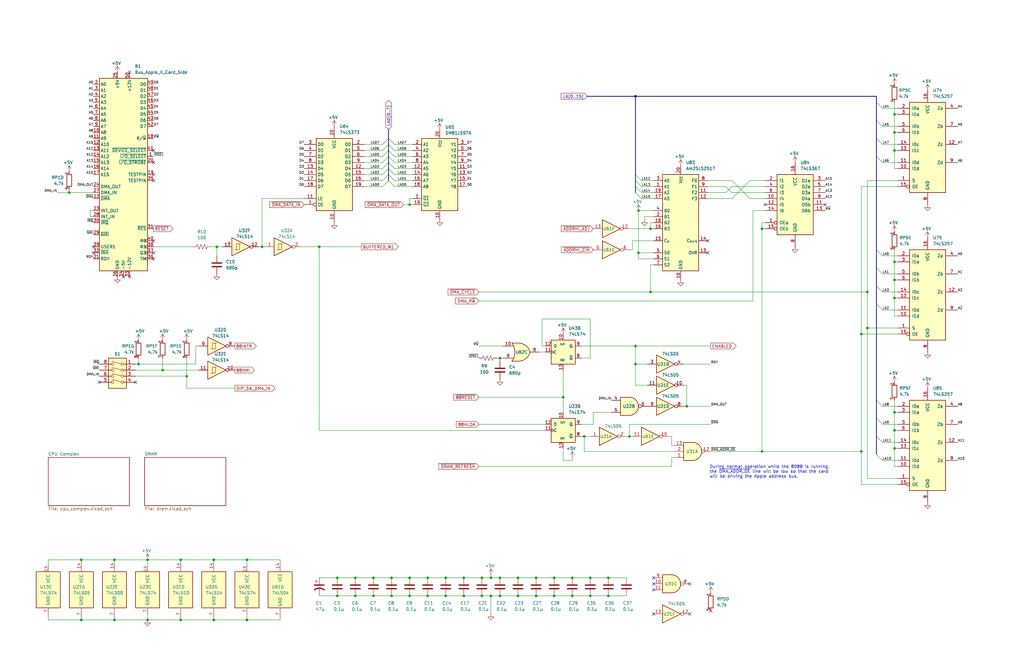
<source format=kicad_sch>
(kicad_sch (version 20231120) (generator "eeschema") (generator_version "8.0")
  (paper "USLedger")
  (title_block (title "PCPI 88Card") (date "2025-01-07") (rev "001-0004-03") (comment 2 "captured by Mark Aikens") (comment 3 "by PCPI") (comment 4 "8088 CPU card with 64K RAM for Apple II computers"))
  (junction (at 365.76 123.19))
  (junction (at 62.23 261.62))
  (junction (at 237.49 167.64))
  (junction (at 48.26 261.62))
  (junction (at 256.54 251.46))
  (junction (at 241.3 251.46))
  (junction (at 203.2 251.46))
  (junction (at 267.97 40.64))
  (junction (at 62.23 236.22))
  (junction (at 91.44 104.14))
  (junction (at 29.21 81.28))
  (junction (at 78.74 158.75))
  (junction (at 267.97 146.05))
  (junction (at 48.26 236.22))
  (junction (at 180.34 243.84))
  (junction (at 377.19 110.49))
  (junction (at 269.24 106.68))
  (junction (at 68.58 156.21))
  (junction (at 377.19 63.5))
  (junction (at 104.14 261.62))
  (junction (at 104.14 236.22))
  (junction (at 377.19 173.99))
  (junction (at 172.72 251.46))
  (junction (at 207.01 243.84))
  (junction (at 377.19 125.73))
  (junction (at 165.1 243.84))
  (junction (at 187.96 243.84))
  (junction (at 241.3 243.84))
  (junction (at 274.32 96.52))
  (junction (at 377.19 181.61))
  (junction (at 218.44 243.84))
  (junction (at 34.29 261.62))
  (junction (at 90.17 261.62))
  (junction (at 180.34 251.46))
  (junction (at 256.54 243.84))
  (junction (at 226.06 251.46))
  (junction (at 195.58 251.46))
  (junction (at 207.01 251.46))
  (junction (at 195.58 243.84))
  (junction (at 165.1 251.46))
  (junction (at 210.82 151.13))
  (junction (at 58.42 153.67))
  (junction (at 248.92 251.46))
  (junction (at 134.62 104.14))
  (junction (at 377.19 55.88))
  (junction (at 142.24 251.46))
  (junction (at 172.72 86.36))
  (junction (at 187.96 251.46))
  (junction (at 157.48 243.84))
  (junction (at 265.43 184.15))
  (junction (at 233.68 243.84))
  (junction (at 226.06 243.84))
  (junction (at 142.24 243.84))
  (junction (at 365.76 138.43))
  (junction (at 321.31 190.5))
  (junction (at 90.17 236.22))
  (junction (at 172.72 243.84))
  (junction (at 269.24 88.9))
  (junction (at 157.48 251.46))
  (junction (at 267.97 153.67))
  (junction (at 76.2 236.22))
  (junction (at 321.31 96.52))
  (junction (at 149.86 251.46))
  (junction (at 248.92 243.84))
  (junction (at 218.44 251.46))
  (junction (at 203.2 243.84))
  (junction (at 210.82 243.84))
  (junction (at 34.29 236.22))
  (junction (at 110.49 104.14))
  (junction (at 377.19 189.23))
  (junction (at 274.32 123.19))
  (junction (at 149.86 243.84))
  (junction (at 233.68 251.46))
  (junction (at 363.22 190.5))
  (junction (at 377.19 48.26))
  (junction (at 289.56 171.45))
  (junction (at 246.38 184.15))
  (junction (at 377.19 118.11))
  (junction (at 210.82 251.46))
  (junction (at 76.2 261.62))
  (junction (at 363.22 140.97))
  (no_connect (at 39.37 104.14))
  (no_connect (at 275.59 246.38))
  (no_connect (at 39.37 106.68))
  (no_connect (at 64.77 101.6))
  (no_connect (at 64.77 63.5))
  (no_connect (at 298.45 101.6))
  (no_connect (at 41.91 161.29))
  (no_connect (at 299.72 257.81))
  (no_connect (at 64.77 73.66))
  (no_connect (at 290.83 246.38))
  (no_connect (at 275.59 248.92))
  (no_connect (at 275.59 243.84))
  (no_connect (at 54.61 116.84))
  (no_connect (at 64.77 68.58))
  (no_connect (at 54.61 30.48))
  (no_connect (at 322.58 86.36))
  (no_connect (at 347.98 86.36))
  (no_connect (at 57.15 161.29))
  (no_connect (at 64.77 76.2))
  (no_connect (at 275.59 259.08))
  (no_connect (at 298.45 106.68))
  (no_connect (at 64.77 106.68))
  (no_connect (at 290.83 259.08))
  (no_connect (at 52.07 116.84))
  (no_connect (at 64.77 109.22))
  (bus_entry (at 166.37 66.04) (size -2.54 -2.54))
  (bus_entry (at 372.11 45.72) (size -2.54 -2.54))
  (bus_entry (at 161.29 71.12) (size 2.54 -2.54))
  (bus_entry (at 372.11 115.57) (size -2.54 -2.54))
  (bus_entry (at 270.51 78.74) (size -2.54 -2.54))
  (bus_entry (at 161.29 76.2) (size 2.54 -2.54))
  (bus_entry (at 372.11 68.58) (size -2.54 -2.54))
  (bus_entry (at 161.29 68.58) (size 2.54 -2.54))
  (bus_entry (at 270.51 83.82) (size -2.54 -2.54))
  (bus_entry (at 166.37 71.12) (size -2.54 -2.54))
  (bus_entry (at 270.51 76.2) (size -2.54 -2.54))
  (bus_entry (at 161.29 60.96) (size 2.54 -2.54))
  (bus_entry (at 372.11 171.45) (size -2.54 -2.54))
  (bus_entry (at 372.11 60.96) (size -2.54 -2.54))
  (bus_entry (at 161.29 73.66) (size 2.54 -2.54))
  (bus_entry (at 372.11 53.34) (size -2.54 -2.54))
  (bus_entry (at 166.37 73.66) (size -2.54 -2.54))
  (bus_entry (at 166.37 76.2) (size -2.54 -2.54))
  (bus_entry (at 372.11 179.07) (size -2.54 -2.54))
  (bus_entry (at 372.11 186.69) (size -2.54 -2.54))
  (bus_entry (at 161.29 63.5) (size 2.54 -2.54))
  (bus_entry (at 372.11 123.19) (size -2.54 -2.54))
  (bus_entry (at 166.37 60.96) (size -2.54 -2.54))
  (bus_entry (at 161.29 78.74) (size 2.54 -2.54))
  (bus_entry (at 161.29 66.04) (size 2.54 -2.54))
  (bus_entry (at 372.11 130.81) (size -2.54 -2.54))
  (bus_entry (at 166.37 78.74) (size -2.54 -2.54))
  (bus_entry (at 372.11 107.95) (size -2.54 -2.54))
  (bus_entry (at 372.11 194.31) (size -2.54 -2.54))
  (bus_entry (at 166.37 68.58) (size -2.54 -2.54))
  (bus_entry (at 166.37 63.5) (size -2.54 -2.54))
  (bus_entry (at 270.51 81.28) (size -2.54 -2.54))
  (wire (pts (xy 377.19 168.91) (xy 377.19 173.99)))
  (wire (pts (xy 210.82 243.84) (xy 218.44 243.84)))
  (wire (pts (xy 109.22 104.14) (xy 110.49 104.14)))
  (wire (pts (xy 228.6 134.62) (xy 228.6 146.05)))
  (bus (pts (xy 163.83 60.96) (xy 163.83 58.42)))
  (wire (pts (xy 372.11 115.57) (xy 378.46 115.57)))
  (bus (pts (xy 267.97 40.64) (xy 369.57 40.64)))
  (wire (pts (xy 149.86 243.84) (xy 157.48 243.84)))
  (wire (pts (xy 210.82 151.13) (xy 212.09 151.13)))
  (wire (pts (xy 316.23 76.2) (xy 322.58 76.2)))
  (wire (pts (xy 372.11 53.34) (xy 378.46 53.34)))
  (wire (pts (xy 187.96 251.46) (xy 195.58 251.46)))
  (wire (pts (xy 166.37 73.66) (xy 173.99 73.66)))
  (wire (pts (xy 99.06 163.83) (xy 78.74 163.83)))
  (wire (pts (xy 153.67 71.12) (xy 161.29 71.12)))
  (bus (pts (xy 163.83 63.5) (xy 163.83 60.96)))
  (wire (pts (xy 270.51 83.82) (xy 275.59 83.82)))
  (wire (pts (xy 308.61 83.82) (xy 316.23 76.2)))
  (wire (pts (xy 246.38 190.5) (xy 246.38 184.15)))
  (bus (pts (xy 369.57 176.53) (xy 369.57 184.15)))
  (wire (pts (xy 317.5 127) (xy 317.5 88.9)))
  (wire (pts (xy 134.62 181.61) (xy 229.87 181.61)))
  (wire (pts (xy 62.23 236.22) (xy 62.23 238.76)))
  (wire (pts (xy 308.61 81.28) (xy 322.58 81.28)))
  (wire (pts (xy 134.62 104.14) (xy 134.62 181.61)))
  (wire (pts (xy 91.44 104.14) (xy 91.44 107.95)))
  (wire (pts (xy 377.19 55.88) (xy 378.46 55.88)))
  (wire (pts (xy 29.21 80.01) (xy 29.21 81.28)))
  (wire (pts (xy 203.2 251.46) (xy 207.01 251.46)))
  (bus (pts (xy 369.57 58.42) (xy 369.57 66.04)))
  (wire (pts (xy 372.11 123.19) (xy 378.46 123.19)))
  (wire (pts (xy 29.21 81.28) (xy 39.37 81.28)))
  (wire (pts (xy 248.92 251.46) (xy 256.54 251.46)))
  (wire (pts (xy 195.58 243.84) (xy 203.2 243.84)))
  (wire (pts (xy 58.42 153.67) (xy 82.55 153.67)))
  (wire (pts (xy 218.44 251.46) (xy 226.06 251.46)))
  (wire (pts (xy 104.14 236.22) (xy 118.11 236.22)))
  (wire (pts (xy 377.19 181.61) (xy 378.46 181.61)))
  (bus (pts (xy 267.97 73.66) (xy 267.97 76.2)))
  (wire (pts (xy 269.24 106.68) (xy 275.59 106.68)))
  (wire (pts (xy 275.59 101.6) (xy 266.7 101.6)))
  (wire (pts (xy 58.42 153.67) (xy 57.15 153.67)))
  (wire (pts (xy 78.74 151.13) (xy 78.74 158.75)))
  (wire (pts (xy 250.19 173.99) (xy 257.81 173.99)))
  (wire (pts (xy 226.06 243.84) (xy 233.68 243.84)))
  (bus (pts (xy 369.57 128.27) (xy 369.57 168.91)))
  (wire (pts (xy 288.29 162.56) (xy 289.56 162.56)))
  (wire (pts (xy 153.67 76.2) (xy 161.29 76.2)))
  (bus (pts (xy 369.57 50.8) (xy 369.57 58.42)))
  (wire (pts (xy 274.32 96.52) (xy 274.32 93.98)))
  (wire (pts (xy 68.58 151.13) (xy 68.58 156.21)))
  (wire (pts (xy 308.61 76.2) (xy 316.23 83.82)))
  (wire (pts (xy 64.77 104.14) (xy 81.28 104.14)))
  (wire (pts (xy 180.34 251.46) (xy 187.96 251.46)))
  (wire (pts (xy 377.19 133.35) (xy 378.46 133.35)))
  (wire (pts (xy 246.38 184.15) (xy 248.92 184.15)))
  (wire (pts (xy 172.72 243.84) (xy 180.34 243.84)))
  (wire (pts (xy 209.55 151.13) (xy 210.82 151.13)))
  (wire (pts (xy 377.19 63.5) (xy 377.19 71.12)))
  (wire (pts (xy 241.3 194.31) (xy 237.49 194.31)))
  (wire (pts (xy 104.14 236.22) (xy 104.14 238.76)))
  (wire (pts (xy 210.82 151.13) (xy 210.82 152.4)))
  (wire (pts (xy 365.76 76.2) (xy 378.46 76.2)))
  (wire (pts (xy 20.32 259.08) (xy 20.32 261.62)))
  (wire (pts (xy 289.56 171.45) (xy 299.72 171.45)))
  (wire (pts (xy 245.11 179.07) (xy 250.19 179.07)))
  (wire (pts (xy 283.21 193.04) (xy 284.48 193.04)))
  (wire (pts (xy 269.24 106.68) (xy 269.24 109.22)))
  (wire (pts (xy 172.72 86.36) (xy 173.99 86.36)))
  (wire (pts (xy 316.23 83.82) (xy 322.58 83.82)))
  (wire (pts (xy 270.51 76.2) (xy 275.59 76.2)))
  (wire (pts (xy 90.17 261.62) (xy 104.14 261.62)))
  (wire (pts (xy 233.68 251.46) (xy 241.3 251.46)))
  (wire (pts (xy 207.01 251.46) (xy 207.01 259.08)))
  (wire (pts (xy 377.19 125.73) (xy 378.46 125.73)))
  (wire (pts (xy 153.67 78.74) (xy 161.29 78.74)))
  (wire (pts (xy 241.3 251.46) (xy 248.92 251.46)))
  (wire (pts (xy 298.45 83.82) (xy 308.61 83.82)))
  (wire (pts (xy 266.7 105.41) (xy 265.43 105.41)))
  (wire (pts (xy 363.22 140.97) (xy 378.46 140.97)))
  (wire (pts (xy 274.32 111.76) (xy 274.32 123.19)))
  (wire (pts (xy 317.5 88.9) (xy 322.58 88.9)))
  (wire (pts (xy 203.2 243.84) (xy 207.01 243.84)))
  (wire (pts (xy 267.97 153.67) (xy 273.05 153.67)))
  (wire (pts (xy 269.24 88.9) (xy 275.59 88.9)))
  (wire (pts (xy 274.32 123.19) (xy 365.76 123.19)))
  (wire (pts (xy 267.97 146.05) (xy 267.97 153.67)))
  (wire (pts (xy 166.37 71.12) (xy 173.99 71.12)))
  (wire (pts (xy 298.45 78.74) (xy 306.07 78.74)))
  (wire (pts (xy 153.67 60.96) (xy 161.29 60.96)))
  (wire (pts (xy 237.49 194.31) (xy 237.49 189.23)))
  (wire (pts (xy 134.62 104.14) (xy 127 104.14)))
  (wire (pts (xy 104.14 261.62) (xy 118.11 261.62)))
  (bus (pts (xy 369.57 43.18) (xy 369.57 50.8)))
  (wire (pts (xy 210.82 251.46) (xy 218.44 251.46)))
  (wire (pts (xy 274.32 93.98) (xy 275.59 93.98)))
  (wire (pts (xy 62.23 261.62) (xy 48.26 261.62)))
  (wire (pts (xy 289.56 162.56) (xy 289.56 171.45)))
  (wire (pts (xy 76.2 261.62) (xy 90.17 261.62)))
  (wire (pts (xy 76.2 236.22) (xy 90.17 236.22)))
  (wire (pts (xy 377.19 55.88) (xy 377.19 63.5)))
  (wire (pts (xy 248.92 243.84) (xy 256.54 243.84)))
  (wire (pts (xy 248.92 134.62) (xy 228.6 134.62)))
  (wire (pts (xy 270.51 78.74) (xy 275.59 78.74)))
  (wire (pts (xy 363.22 78.74) (xy 363.22 140.97)))
  (wire (pts (xy 289.56 171.45) (xy 288.29 171.45)))
  (wire (pts (xy 207.01 251.46) (xy 210.82 251.46)))
  (bus (pts (xy 267.97 76.2) (xy 267.97 78.74)))
  (wire (pts (xy 273.05 162.56) (xy 267.97 162.56)))
  (wire (pts (xy 233.68 243.84) (xy 241.3 243.84)))
  (wire (pts (xy 265.43 184.15) (xy 266.7 184.15)))
  (wire (pts (xy 78.74 163.83) (xy 78.74 158.75)))
  (wire (pts (xy 88.9 104.14) (xy 91.44 104.14)))
  (wire (pts (xy 372.11 45.72) (xy 378.46 45.72)))
  (wire (pts (xy 288.29 153.67) (xy 299.72 153.67)))
  (wire (pts (xy 241.3 193.04) (xy 241.3 194.31)))
  (wire (pts (xy 173.99 83.82) (xy 172.72 83.82)))
  (wire (pts (xy 157.48 243.84) (xy 165.1 243.84)))
  (wire (pts (xy 34.29 261.62) (xy 20.32 261.62)))
  (wire (pts (xy 264.16 184.15) (xy 265.43 184.15)))
  (wire (pts (xy 82.55 146.05) (xy 83.82 146.05)))
  (wire (pts (xy 90.17 236.22) (xy 104.14 236.22)))
  (wire (pts (xy 372.11 68.58) (xy 378.46 68.58)))
  (bus (pts (xy 267.97 78.74) (xy 267.97 81.28)))
  (wire (pts (xy 62.23 259.08) (xy 62.23 261.62)))
  (wire (pts (xy 322.58 96.52) (xy 321.31 96.52)))
  (wire (pts (xy 377.19 189.23) (xy 377.19 181.61)))
  (wire (pts (xy 365.76 123.19) (xy 365.76 138.43)))
  (wire (pts (xy 246.38 190.5) (xy 284.48 190.5)))
  (wire (pts (xy 68.58 156.21) (xy 57.15 156.21)))
  (wire (pts (xy 201.93 179.07) (xy 229.87 179.07)))
  (wire (pts (xy 372.11 130.81) (xy 378.46 130.81)))
  (wire (pts (xy 372.11 107.95) (xy 378.46 107.95)))
  (wire (pts (xy 78.74 158.75) (xy 57.15 158.75)))
  (wire (pts (xy 248.92 151.13) (xy 245.11 151.13)))
  (wire (pts (xy 377.19 110.49) (xy 378.46 110.49)))
  (wire (pts (xy 237.49 156.21) (xy 237.49 167.64)))
  (wire (pts (xy 283.21 196.85) (xy 283.21 193.04)))
  (wire (pts (xy 377.19 118.11) (xy 378.46 118.11)))
  (wire (pts (xy 306.07 81.28) (xy 308.61 78.74)))
  (bus (pts (xy 369.57 120.65) (xy 369.57 128.27)))
  (wire (pts (xy 166.37 60.96) (xy 173.99 60.96)))
  (bus (pts (xy 267.97 40.64) (xy 267.97 73.66)))
  (wire (pts (xy 62.23 236.22) (xy 48.26 236.22)))
  (wire (pts (xy 201.93 123.19) (xy 274.32 123.19)))
  (wire (pts (xy 377.19 181.61) (xy 377.19 173.99)))
  (wire (pts (xy 134.62 251.46) (xy 142.24 251.46)))
  (wire (pts (xy 58.42 151.13) (xy 58.42 153.67)))
  (wire (pts (xy 269.24 109.22) (xy 275.59 109.22)))
  (wire (pts (xy 363.22 78.74) (xy 378.46 78.74)))
  (wire (pts (xy 20.32 236.22) (xy 20.32 238.76)))
  (wire (pts (xy 38.1 88.9) (xy 38.1 91.44)))
  (wire (pts (xy 283.21 184.15) (xy 281.94 184.15)))
  (wire (pts (xy 308.61 78.74) (xy 322.58 78.74)))
  (bus (pts (xy 369.57 66.04) (xy 369.57 105.41)))
  (wire (pts (xy 377.19 189.23) (xy 378.46 189.23)))
  (wire (pts (xy 153.67 73.66) (xy 161.29 73.66)))
  (wire (pts (xy 269.24 88.9) (xy 269.24 106.68)))
  (wire (pts (xy 372.11 186.69) (xy 378.46 186.69)))
  (wire (pts (xy 378.46 196.85) (xy 377.19 196.85)))
  (wire (pts (xy 165.1 251.46) (xy 172.72 251.46)))
  (wire (pts (xy 226.06 251.46) (xy 233.68 251.46)))
  (wire (pts (xy 271.78 91.44) (xy 271.78 92.71)))
  (bus (pts (xy 163.83 76.2) (xy 163.83 73.66)))
  (wire (pts (xy 170.18 86.36) (xy 172.72 86.36)))
  (wire (pts (xy 241.3 243.84) (xy 248.92 243.84)))
  (wire (pts (xy 34.29 236.22) (xy 20.32 236.22)))
  (wire (pts (xy 39.37 88.9) (xy 38.1 88.9)))
  (wire (pts (xy 237.49 167.64) (xy 237.49 173.99)))
  (wire (pts (xy 166.37 63.5) (xy 173.99 63.5)))
  (bus (pts (xy 369.57 40.64) (xy 369.57 43.18)))
  (wire (pts (xy 68.58 156.21) (xy 83.82 156.21)))
  (wire (pts (xy 227.33 148.59) (xy 229.87 148.59)))
  (wire (pts (xy 207.01 243.84) (xy 210.82 243.84)))
  (wire (pts (xy 377.19 196.85) (xy 377.19 189.23)))
  (bus (pts (xy 369.57 184.15) (xy 369.57 191.77)))
  (wire (pts (xy 48.26 261.62) (xy 34.29 261.62)))
  (wire (pts (xy 24.13 81.28) (xy 29.21 81.28)))
  (bus (pts (xy 369.57 113.03) (xy 369.57 120.65)))
  (wire (pts (xy 365.76 123.19) (xy 365.76 76.2)))
  (wire (pts (xy 149.86 251.46) (xy 157.48 251.46)))
  (wire (pts (xy 363.22 190.5) (xy 363.22 204.47)))
  (wire (pts (xy 265.43 179.07) (xy 265.43 184.15)))
  (wire (pts (xy 172.72 251.46) (xy 180.34 251.46)))
  (wire (pts (xy 207.01 242.57) (xy 207.01 243.84)))
  (wire (pts (xy 228.6 146.05) (xy 229.87 146.05)))
  (wire (pts (xy 172.72 83.82) (xy 172.72 86.36)))
  (bus (pts (xy 247.65 40.64) (xy 267.97 40.64)))
  (wire (pts (xy 372.11 194.31) (xy 378.46 194.31)))
  (wire (pts (xy 166.37 76.2) (xy 173.99 76.2)))
  (wire (pts (xy 321.31 93.98) (xy 322.58 93.98)))
  (wire (pts (xy 91.44 104.14) (xy 93.98 104.14)))
  (wire (pts (xy 142.24 251.46) (xy 149.86 251.46)))
  (wire (pts (xy 38.1 91.44) (xy 39.37 91.44)))
  (wire (pts (xy 270.51 81.28) (xy 275.59 81.28)))
  (wire (pts (xy 248.92 151.13) (xy 248.92 134.62)))
  (wire (pts (xy 321.31 190.5) (xy 363.22 190.5)))
  (wire (pts (xy 377.19 110.49) (xy 377.19 118.11)))
  (wire (pts (xy 377.19 118.11) (xy 377.19 125.73)))
  (wire (pts (xy 306.07 78.74) (xy 308.61 81.28)))
  (wire (pts (xy 377.19 125.73) (xy 377.19 133.35)))
  (wire (pts (xy 377.19 173.99) (xy 378.46 173.99)))
  (wire (pts (xy 201.93 196.85) (xy 283.21 196.85)))
  (wire (pts (xy 275.59 111.76) (xy 274.32 111.76)))
  (wire (pts (xy 166.37 78.74) (xy 173.99 78.74)))
  (wire (pts (xy 275.59 91.44) (xy 271.78 91.44)))
  (wire (pts (xy 62.23 261.62) (xy 76.2 261.62)))
  (wire (pts (xy 110.49 83.82) (xy 128.27 83.82)))
  (bus (pts (xy 163.83 73.66) (xy 163.83 71.12)))
  (wire (pts (xy 256.54 243.84) (xy 264.16 243.84)))
  (wire (pts (xy 153.67 66.04) (xy 161.29 66.04)))
  (wire (pts (xy 245.11 146.05) (xy 267.97 146.05)))
  (wire (pts (xy 180.34 243.84) (xy 187.96 243.84)))
  (wire (pts (xy 372.11 171.45) (xy 378.46 171.45)))
  (bus (pts (xy 163.83 58.42) (xy 163.83 54.61)))
  (wire (pts (xy 82.55 146.05) (xy 82.55 153.67)))
  (bus (pts (xy 369.57 105.41) (xy 369.57 113.03)))
  (wire (pts (xy 187.96 243.84) (xy 195.58 243.84)))
  (wire (pts (xy 363.22 204.47) (xy 378.46 204.47)))
  (wire (pts (xy 153.67 68.58) (xy 161.29 68.58)))
  (wire (pts (xy 250.19 179.07) (xy 250.19 173.99)))
  (wire (pts (xy 157.48 251.46) (xy 165.1 251.46)))
  (bus (pts (xy 163.83 68.58) (xy 163.83 66.04)))
  (wire (pts (xy 265.43 96.52) (xy 274.32 96.52)))
  (wire (pts (xy 372.11 179.07) (xy 378.46 179.07)))
  (wire (pts (xy 195.58 251.46) (xy 203.2 251.46)))
  (wire (pts (xy 378.46 48.26) (xy 377.19 48.26)))
  (wire (pts (xy 201.93 146.05) (xy 212.09 146.05)))
  (wire (pts (xy 218.44 243.84) (xy 226.06 243.84)))
  (bus (pts (xy 163.83 71.12) (xy 163.83 68.58)))
  (wire (pts (xy 283.21 187.96) (xy 283.21 184.15)))
  (wire (pts (xy 321.31 96.52) (xy 321.31 93.98)))
  (wire (pts (xy 284.48 187.96) (xy 283.21 187.96)))
  (wire (pts (xy 372.11 60.96) (xy 378.46 60.96)))
  (wire (pts (xy 275.59 96.52) (xy 274.32 96.52)))
  (wire (pts (xy 104.14 259.08) (xy 104.14 261.62)))
  (wire (pts (xy 365.76 138.43) (xy 365.76 201.93)))
  (wire (pts (xy 166.37 66.04) (xy 173.99 66.04)))
  (wire (pts (xy 153.67 63.5) (xy 161.29 63.5)))
  (wire (pts (xy 363.22 140.97) (xy 363.22 190.5)))
  (wire (pts (xy 166.37 68.58) (xy 173.99 68.58)))
  (wire (pts (xy 377.19 43.18) (xy 377.19 48.26)))
  (wire (pts (xy 245.11 184.15) (xy 246.38 184.15)))
  (wire (pts (xy 298.45 76.2) (xy 308.61 76.2)))
  (bus (pts (xy 369.57 168.91) (xy 369.57 176.53)))
  (wire (pts (xy 321.31 96.52) (xy 321.31 190.5)))
  (wire (pts (xy 110.49 104.14) (xy 111.76 104.14)))
  (wire (pts (xy 267.97 146.05) (xy 299.72 146.05)))
  (wire (pts (xy 298.45 81.28) (xy 306.07 81.28)))
  (wire (pts (xy 377.19 71.12) (xy 378.46 71.12)))
  (wire (pts (xy 265.43 179.07) (xy 299.72 179.07)))
  (wire (pts (xy 377.19 48.26) (xy 377.19 55.88)))
  (wire (pts (xy 266.7 101.6) (xy 266.7 105.41)))
  (wire (pts (xy 152.4 104.14) (xy 134.62 104.14)))
  (wire (pts (xy 377.19 105.41) (xy 377.19 110.49)))
  (wire (pts (xy 365.76 201.93) (xy 378.46 201.93)))
  (wire (pts (xy 165.1 243.84) (xy 172.72 243.84)))
  (wire (pts (xy 267.97 162.56) (xy 267.97 153.67)))
  (wire (pts (xy 256.54 251.46) (xy 264.16 251.46)))
  (wire (pts (xy 134.62 243.84) (xy 142.24 243.84)))
  (wire (pts (xy 377.19 63.5) (xy 378.46 63.5)))
  (wire (pts (xy 299.72 190.5) (xy 321.31 190.5)))
  (wire (pts (xy 48.26 236.22) (xy 34.29 236.22)))
  (bus (pts (xy 163.83 66.04) (xy 163.83 63.5)))
  (wire (pts (xy 201.93 127) (xy 317.5 127)))
  (wire (pts (xy 201.93 167.64) (xy 237.49 167.64)))
  (wire (pts (xy 365.76 138.43) (xy 378.46 138.43)))
  (wire (pts (xy 142.24 243.84) (xy 149.86 243.84)))
  (wire (pts (xy 62.23 236.22) (xy 76.2 236.22)))
  (wire (pts (xy 110.49 104.14) (xy 110.49 83.82)))
  (text "During normal operation while the 8088 is running,\nthe ~{DMA_ADDR_OE} line will be low so that the card\nwill be driving the Apple address bus." (at 299.212 196.342 0) (effects (font (size 1.27 1.27)) (justify left top)))
  (label "~{IRQ}" (at 41.91 153.67 180) (effects (font (size 1 1))))
  (label "D2" (at 128.27 73.66 180) (effects (font (size 1 1))))
  (label "LA8" (at 372.11 171.45 0) (effects (font (size 1 1))))
  (label "LA0" (at 372.11 107.95 0) (effects (font (size 1 1))))
  (label "A7" (at 39.37 53.34 180) (effects (font (size 1 1))))
  (label "A13" (at 39.37 68.58 180) (effects (font (size 1 1))))
  (label "R~{W}" (at 64.77 58.42 0) (effects (font (size 1 1))))
  (label "D3" (at 128.27 71.12 180) (effects (font (size 1 1))))
  (label "LA10" (at 372.11 194.31 0) (effects (font (size 1 1))))
  (label "DMA_IN" (at 24.13 81.28 180) (effects (font (size 1 1))))
  (label "LAD1" (at 160.02 76.2 180) (effects (font (size 1 1))))
  (label "~{DMA_ADDR_OE}" (at 299.72 190.5 0) (effects (font (size 1 1))))
  (label "D6" (at 196.85 63.5 0) (effects (font (size 1 1))))
  (label "LA15" (at 270.51 83.82 0) (effects (font (size 1 1))))
  (label "DMA_OUT" (at 39.37 78.74 180) (effects (font (size 1 1))))
  (label "~{NMI}" (at 39.37 99.06 180) (effects (font (size 1 1))))
  (label "LAD0" (at 160.02 78.74 180) (effects (font (size 1 1))))
  (label "D6" (at 128.27 63.5 180) (effects (font (size 1 1))))
  (label "A5" (at 39.37 48.26 180) (effects (font (size 1 1))))
  (label "A8" (at 39.37 55.88 180) (effects (font (size 1 1))))
  (label "A15" (at 39.37 73.66 180) (effects (font (size 1 1))))
  (label "D6" (at 64.77 50.8 0) (effects (font (size 1 1))))
  (label "D1" (at 196.85 76.2 0) (effects (font (size 1 1))))
  (label "D1" (at 128.27 76.2 180) (effects (font (size 1 1))))
  (label "LAD3" (at 167.64 71.12 0) (effects (font (size 1 1))))
  (label "~{IOSEL}" (at 64.77 66.04 0) (effects (font (size 1 1))))
  (label "A11" (at 39.37 63.5 180) (effects (font (size 1 1))))
  (label "LA5" (at 372.11 53.34 0) (effects (font (size 1 1))))
  (label "D0" (at 128.27 78.74 180) (effects (font (size 1 1))))
  (label "A11" (at 403.86 186.69 0) (effects (font (size 1 1))))
  (label "LAD5" (at 160.02 66.04 180) (effects (font (size 1 1))))
  (label "D0" (at 196.85 78.74 0) (effects (font (size 1 1))))
  (label "D4" (at 128.27 68.58 180) (effects (font (size 1 1))))
  (label "LAD0" (at 167.64 78.74 0) (effects (font (size 1 1))))
  (label "LAD5" (at 167.64 66.04 0) (effects (font (size 1 1))))
  (label "LAD6" (at 160.02 63.5 180) (effects (font (size 1 1))))
  (label "LAD2" (at 160.02 73.66 180) (effects (font (size 1 1))))
  (label "R~{W}" (at 347.98 88.9 0) (effects (font (size 1 1))))
  (label "R~{W}" (at 201.93 146.05 180) (effects (font (size 1 1))))
  (label "A14" (at 347.98 78.74 0) (effects (font (size 1 1))))
  (label "LA4" (at 372.11 45.72 0) (effects (font (size 1 1))))
  (label "DMA_IN" (at 257.81 168.91 180) (effects (font (size 1 1))))
  (label "D4" (at 64.77 45.72 0) (effects (font (size 1 1))))
  (label "LAD2" (at 167.64 73.66 0) (effects (font (size 1 1))))
  (label "LA14" (at 270.51 81.28 0) (effects (font (size 1 1))))
  (label "D2" (at 64.77 40.64 0) (effects (font (size 1 1))))
  (label "A0" (at 403.86 107.95 0) (effects (font (size 1 1))))
  (label "~{IRQ}" (at 39.37 93.98 180) (effects (font (size 1 1))))
  (label "A6" (at 403.86 68.58 0) (effects (font (size 1 1))))
  (label "LAD4" (at 160.02 68.58 180) (effects (font (size 1 1))))
  (label "A9" (at 403.86 179.07 0) (effects (font (size 1 1))))
  (label "LAD7" (at 167.64 60.96 0) (effects (font (size 1 1))))
  (label "A3" (at 403.86 123.19 0) (effects (font (size 1 1))))
  (label "A7" (at 403.86 60.96 0) (effects (font (size 1 1))))
  (label "D7" (at 64.77 53.34 0) (effects (font (size 1 1))))
  (label "A3" (at 39.37 43.18 180) (effects (font (size 1 1))))
  (label "D5" (at 64.77 48.26 0) (effects (font (size 1 1))))
  (label "LA11" (at 372.11 186.69 0) (effects (font (size 1 1))))
  (label "A15" (at 347.98 76.2 0) (effects (font (size 1 1))))
  (label "A10" (at 39.37 60.96 180) (effects (font (size 1 1))))
  (label "LAD4" (at 167.64 68.58 0) (effects (font (size 1 1))))
  (label "A13" (at 347.98 81.28 0) (effects (font (size 1 1))))
  (label "A8" (at 403.86 171.45 0) (effects (font (size 1 1))))
  (label "LA12" (at 270.51 76.2 0) (effects (font (size 1 1))))
  (label "A0" (at 39.37 35.56 180) (effects (font (size 1 1))))
  (label "A4" (at 403.86 45.72 0) (effects (font (size 1 1))))
  (label "DMA_OUT" (at 299.72 171.45 0) (effects (font (size 1 1))))
  (label "A2" (at 39.37 40.64 180) (effects (font (size 1 1))))
  (label "RDY" (at 39.37 109.22 180) (effects (font (size 1 1))))
  (label "D7" (at 196.85 60.96 0) (effects (font (size 1 1))))
  (label "A9" (at 39.37 58.42 180) (effects (font (size 1 1))))
  (label "LAD3" (at 160.02 71.12 180) (effects (font (size 1 1))))
  (label "LA1" (at 372.11 115.57 0) (effects (font (size 1 1))))
  (label "LA3" (at 372.11 123.19 0) (effects (font (size 1 1))))
  (label "LA2" (at 372.11 130.81 0) (effects (font (size 1 1))))
  (label "LAD1" (at 167.64 76.2 0) (effects (font (size 1 1))))
  (label "LA6" (at 372.11 68.58 0) (effects (font (size 1 1))))
  (label "A10" (at 403.86 194.31 0) (effects (font (size 1 1))))
  (label "A1" (at 403.86 115.57 0) (effects (font (size 1 1))))
  (label "~{DMA}" (at 39.37 83.82 180) (effects (font (size 1 1))))
  (label "D4" (at 196.85 68.58 0) (effects (font (size 1 1))))
  (label "~{IOSEL}" (at 201.93 151.13 180) (effects (font (size 1 1))))
  (label "A6" (at 39.37 50.8 180) (effects (font (size 1 1))))
  (label "D7" (at 128.27 60.96 180) (effects (font (size 1 1))))
  (label "LAD7" (at 160.02 60.96 180) (effects (font (size 1 1))))
  (label "A2" (at 403.86 130.81 0) (effects (font (size 1 1))))
  (label "~{DMA}" (at 299.72 179.07 0) (effects (font (size 1 1))))
  (label "D5" (at 196.85 66.04 0) (effects (font (size 1 1))))
  (label "LA9" (at 372.11 179.07 0) (effects (font (size 1 1))))
  (label "LA13" (at 270.51 78.74 0) (effects (font (size 1 1))))
  (label "LA7" (at 372.11 60.96 0) (effects (font (size 1 1))))
  (label "A14" (at 39.37 71.12 180) (effects (font (size 1 1))))
  (label "D1" (at 64.77 38.1 0) (effects (font (size 1 1))))
  (label "D0" (at 64.77 35.56 0) (effects (font (size 1 1))))
  (label "A5" (at 403.86 53.34 0) (effects (font (size 1 1))))
  (label "A4" (at 39.37 45.72 180) (effects (font (size 1 1))))
  (label "D2" (at 196.85 73.66 0) (effects (font (size 1 1))))
  (label "LAD6" (at 167.64 63.5 0) (effects (font (size 1 1))))
  (label "D3" (at 64.77 43.18 0) (effects (font (size 1 1))))
  (label "RDY" (at 299.72 153.67 0) (effects (font (size 1 1))))
  (label "DMA_IN" (at 41.91 158.75 180) (effects (font (size 1 1))))
  (label "~{NMI}" (at 41.91 156.21 180) (effects (font (size 1 1))))
  (label "A12" (at 39.37 66.04 180) (effects (font (size 1 1))))
  (label "A1" (at 39.37 38.1 180) (effects (font (size 1 1))))
  (label "A12" (at 347.98 83.82 0) (effects (font (size 1 1))))
  (label "D3" (at 196.85 71.12 0) (effects (font (size 1 1))))
  (label "D5" (at 128.27 66.04 180) (effects (font (size 1 1))))
  (global_label "~{RESET}" (shape output) (at 64.77 96.52 0) (property "Intersheetrefs" "${INTERSHEET_REFS}" (effects (hide yes))))
  (global_label "DIP_SW_DMA_IN" (shape output) (at 99.06 163.83 0) (property "Intersheetrefs" "${INTERSHEET_REFS}" (effects (hide yes))))
  (global_label "BUFFERED_Φ1" (shape output) (at 152.4 104.14 0) (property "Intersheetrefs" "${INTERSHEET_REFS}" (effects (hide yes))))
  (global_label "~{DMA_DATA_IN}" (shape input) (at 128.27 86.36 180) (property "Intersheetrefs" "${INTERSHEET_REFS}" (effects (hide yes))))
  (global_label "~{88RESET}" (shape input) (at 201.93 167.64 180) (property "Intersheetrefs" "${INTERSHEET_REFS}" (effects (hide yes))))
  (global_label "LA[0..15]" (shape input) (at 247.65 40.64 180) (property "Intersheetrefs" "${INTERSHEET_REFS}" (effects (hide yes))))
  (global_label "ENABLED" (shape output) (at 299.72 146.05 0) (property "Intersheetrefs" "${INTERSHEET_REFS}" (effects (hide yes))))
  (global_label "~{DMA_CYCLE}" (shape input) (at 201.93 123.19 180) (property "Intersheetrefs" "${INTERSHEET_REFS}" (effects (hide yes))))
  (global_label "~{ADDRHI_ADJ}" (shape input) (at 250.19 96.52 180) (property "Intersheetrefs" "${INTERSHEET_REFS}" (effects (hide yes))))
  (global_label "LAD[0..7]" (shape bidirectional) (at 163.83 54.61 90) (property "Intersheetrefs" "${INTERSHEET_REFS}" (effects (hide yes))))
  (global_label "DMA_R~{W}" (shape input) (at 201.93 127 180) (property "Intersheetrefs" "${INTERSHEET_REFS}" (effects (hide yes))))
  (global_label "~{DRAM_REFRESH}" (shape input) (at 201.93 196.85 180) (property "Intersheetrefs" "${INTERSHEET_REFS}" (effects (hide yes))))
  (global_label "88INTR" (shape output) (at 99.06 146.05 0) (property "Intersheetrefs" "${INTERSHEET_REFS}" (effects (hide yes))))
  (global_label "~{ADDRHI_CIN}" (shape input) (at 250.19 105.41 180) (property "Intersheetrefs" "${INTERSHEET_REFS}" (effects (hide yes))))
  (global_label "88HLDA" (shape input) (at 201.93 179.07 180) (property "Intersheetrefs" "${INTERSHEET_REFS}" (effects (hide yes))))
  (global_label "88NMI" (shape output) (at 99.06 156.21 0) (property "Intersheetrefs" "${INTERSHEET_REFS}" (effects (hide yes))))
  (global_label "~{DMA_DATA_OUT}" (shape input) (at 170.18 86.36 180) (property "Intersheetrefs" "${INTERSHEET_REFS}" (effects (hide yes))))
  (symbol (lib_id "power:GND") (at 335.28 104.14 0) (unit 1)
    (property "Reference" "#PWR083" (effects (hide yes)))
    (property "Value" "GND" (effects (hide yes)))
    (property "Description" "Power symbol creates a global label with name \"GND\" , ground" (effects (hide yes)))
  )
  (symbol (lib_id "Device:C") (at 187.96 247.65 0) (unit 1)
    (property "Reference" "C14" (at 186.436 254.508 0) (effects (justify left)))
    (property "Value" "0.1µ" (at 186.436 257.048 0) (effects (justify left)))
    (property "Description" "Unpolarized capacitor" (effects (hide yes)))
  )
  (symbol (lib_id "PCM_MA_Connector_AppleII:Bus_Apple_II_Card_Side") (at 52.07 73.66 0) (unit 1) (in_bom no)
    (property "Reference" "B1" (at 56.8041 27.94 0) (effects (justify left)))
    (property "Value" "Bus_Apple_II_Card_Side" (at 56.8041 30.48 0) (effects (justify left)))
    (property "Footprint" "PCM_MA_Connector_AppleII:Peripheral_Bus_Edge" (effects (hide yes)))
    (property "Datasheet" "https://archive.org/details/Apple_II_Mini_Manual/page/n37/mode/2up" (effects (hide yes)))
    (property "Description" "Apple II bus connector. Use this symbol on the card side, i.e. for making Apple II-compatible peripheral cards." (effects (hide yes)))
  )
  (symbol (lib_id "74xx:74LS257") (at 391.16 123.19 0) (unit 1)
    (property "Reference" "U75" (at 393.3541 100.33 0) (effects (justify left)))
    (property "Value" "74LS257" (at 393.3541 102.87 0) (effects (justify left)))
    (property "Datasheet" "http://www.ti.com/lit/gpn/sn74LS257" (effects (hide yes)))
    (property "Description" "Quad 2 to 1 Multiplexer" (effects (hide yes)))
  )
  (symbol (lib_id "power:+5V") (at 185.42 54.61 0) (unit 1)
    (property "Reference" "#PWR013" (effects (hide yes)))
    (property "Value" "+5V" (at 184.912 50.8 0))
    (property "Description" "Power symbol creates a global label with name \"+5V\"" (effects (hide yes)))
  )
  (symbol (lib_id "Device:C") (at 256.54 247.65 0) (unit 1)
    (property "Reference" "C36" (at 255.016 254.508 0) (effects (justify left)))
    (property "Value" "0.1µ" (at 255.016 257.048 0) (effects (justify left)))
    (property "Description" "Unpolarized capacitor" (effects (hide yes)))
  )
  (symbol (lib_id "Logic_Legacy:Am25LS2517") (at 285.75 93.98 0) (unit 1)
    (property "Reference" "U83" (at 289.2141 68.58 0) (effects (justify left)))
    (property "Value" "Am25LS2517" (at 289.2141 71.12 0) (effects (justify left)))
    (property "Footprint" "Package_DIP:DIP-20_W7.62mm" (effects (hide yes)))
    (property "Description" "4-bit Arithmetic Logic Unit" (effects (hide yes)))
  )
  (symbol (lib_id "power:GND") (at 391.16 212.09 0) (unit 1)
    (property "Reference" "#PWR029" (effects (hide yes)))
    (property "Value" "GND" (effects (hide yes)))
    (property "Description" "Power symbol creates a global label with name \"GND\" , ground" (effects (hide yes)))
  )
  (symbol (lib_id "74xx:74LS04") (at 274.32 184.15 0) (unit 5)
    (property "Reference" "U61" (at 273.304 184.15 0))
    (property "Value" "74LS04" (effects (hide yes)))
    (property "Datasheet" "http://www.ti.com/lit/gpn/sn74LS04" (effects (hide yes)))
    (property "Description" "Hex Inverter" (effects (hide yes)))
  )
  (symbol (lib_id "Device:R_Network07_Split") (at 377.19 165.1 0) (mirror y) (unit 6)
    (property "Reference" "RP5" (at 379.222 163.83 0) (effects (justify right)))
    (property "Value" "4.7k" (at 379.222 166.37 0) (effects (justify right)))
    (property "Footprint" "Resistor_THT:R_Array_SIP8" (effects (hide yes)))
    (property "Datasheet" "http://www.vishay.com/docs/31509/csc.pdf" (effects (hide yes)))
    (property "Description" "7 resistor network, star topology, bussed resistors, split" (effects (hide yes)))
  )
  (symbol (lib_id "Device:C") (at 180.34 247.65 0) (unit 1)
    (property "Reference" "C11" (at 178.816 254.508 0) (effects (justify left)))
    (property "Value" "0.1µ" (at 178.816 257.048 0) (effects (justify left)))
    (property "Description" "Unpolarized capacitor" (effects (hide yes)))
  )
  (symbol (lib_id "74xx:74LS257") (at 391.16 186.69 0) (unit 1)
    (property "Reference" "U85" (at 393.3541 163.83 0) (effects (justify left)))
    (property "Value" "74LS257" (at 393.3541 166.37 0) (effects (justify left)))
    (property "Datasheet" "http://www.ti.com/lit/gpn/sn74LS257" (effects (hide yes)))
    (property "Description" "Quad 2 to 1 Multiplexer" (effects (hide yes)))
  )
  (symbol (lib_id "power:+5V") (at 391.16 100.33 0) (unit 1)
    (property "Reference" "#PWR016" (effects (hide yes)))
    (property "Value" "+5V" (at 390.652 96.52 0))
    (property "Description" "Power symbol creates a global label with name \"+5V\"" (effects (hide yes)))
  )
  (symbol (lib_id "Device:C") (at 264.16 247.65 0) (unit 1)
    (property "Reference" "C37" (at 262.636 254.508 0) (effects (justify left)))
    (property "Value" "0.1µ" (at 262.636 257.048 0) (effects (justify left)))
    (property "Description" "Unpolarized capacitor" (effects (hide yes)))
  )
  (symbol (lib_id "Logic_Legacy:DM81LS97A") (at 185.42 73.66 0) (unit 1)
    (property "Reference" "U65" (at 187.706 53.594 0) (effects (justify left)))
    (property "Value" "DM81LS97A" (at 187.706 56.134 0) (effects (justify left)))
    (property "Footprint" "Package_DIP:DIP-20_W7.62mm" (effects (hide yes)))
    (property "Description" "Octal tri-state buffer" (effects (hide yes)))
  )
  (symbol (lib_id "74xx:74LS05") (at 280.67 162.56 0) (unit 5)
    (property "Reference" "U21" (at 279.654 162.56 0))
    (property "Value" "74LS05" (at 282.702 158.242 0))
    (property "Datasheet" "http://www.ti.com/lit/gpn/sn74LS05" (effects (hide yes)))
    (property "Description" "Inverter Open Collect" (effects (hide yes)))
  )
  (symbol (lib_id "Device:R_Network07_Split") (at 299.72 254 0) (unit 4)
    (property "Reference" "RP5" (at 302.26 252.7299 0) (effects (justify left)))
    (property "Value" "4.7k" (at 302.26 255.2699 0) (effects (justify left)))
    (property "Footprint" "Resistor_THT:R_Array_SIP8" (effects (hide yes)))
    (property "Datasheet" "http://www.vishay.com/docs/31509/csc.pdf" (effects (hide yes)))
    (property "Description" "7 resistor network, star topology, bussed resistors, split" (effects (hide yes)))
  )
  (symbol (lib_id "Device:C") (at 142.24 247.65 0) (unit 1)
    (property "Reference" "C3" (at 140.716 254.508 0) (effects (justify left)))
    (property "Value" "0.1µ" (at 140.716 257.048 0) (effects (justify left)))
    (property "Description" "Unpolarized capacitor" (effects (hide yes)))
  )
  (symbol (lib_id "power:GND") (at 271.78 92.71 0) (unit 1)
    (property "Reference" "#PWR063" (effects (hide yes)))
    (property "Value" "GND" (effects (hide yes)))
    (property "Description" "Power symbol creates a global label with name \"GND\" , ground" (effects (hide yes)))
  )
  (symbol (lib_id "74xx:74LS14") (at 91.44 146.05 0) (unit 4)
    (property "Reference" "U32" (at 92.964 139.192 0))
    (property "Value" "74LS14" (at 92.964 141.732 0))
    (property "Datasheet" "http://www.ti.com/lit/gpn/sn74LS14" (effects (hide yes)))
    (property "Description" "Hex inverter schmitt trigger" (effects (hide yes)))
  )
  (symbol (lib_id "74xx:74LS14") (at 90.17 248.92 0) (unit 7)
    (property "Reference" "U32" (at 86.614 247.65 0) (effects (justify left)))
    (property "Value" "74LS14" (at 86.614 250.19 0) (effects (justify left)))
    (property "Datasheet" "http://www.ti.com/lit/gpn/sn74LS14" (effects (hide yes)))
    (property "Description" "Hex inverter schmitt trigger" (effects (hide yes)))
  )
  (symbol (lib_id "74xx:74LS10") (at 292.1 190.5 0) (mirror x) (unit 1)
    (property "Reference" "U31" (at 291.846 190.5 0))
    (property "Value" "74LS10" (effects (hide yes)))
    (property "Datasheet" "http://www.ti.com/lit/gpn/sn74LS10" (effects (hide yes)))
    (property "Description" "Triple 3-input NAND" (effects (hide yes)))
  )
  (symbol (lib_id "74xx:74LS00") (at 48.26 248.92 0) (unit 5)
    (property "Reference" "U22" (at 44.704 247.65 0) (effects (justify left)))
    (property "Value" "74LS00" (at 44.704 250.19 0) (effects (justify left)))
    (property "Datasheet" "http://www.ti.com/lit/gpn/sn74ls00" (effects (hide yes)))
    (property "Description" "quad 2-input NAND gate" (effects (hide yes)))
  )
  (symbol (lib_id "74xx:74LS05") (at 280.67 153.67 0) (unit 2)
    (property "Reference" "U21" (at 279.654 153.67 0))
    (property "Value" "74LS05" (at 282.702 149.352 0))
    (property "Datasheet" "http://www.ti.com/lit/gpn/sn74LS05" (effects (hide yes)))
    (property "Description" "Inverter Open Collect" (effects (hide yes)))
  )
  (symbol (lib_id "power:GND") (at 49.53 116.84 0) (unit 1)
    (property "Reference" "#PWR02" (effects (hide yes)))
    (property "Value" "GND" (effects (hide yes)))
    (property "Description" "Power symbol creates a global label with name \"GND\" , ground" (effects (hide yes)))
  )
  (symbol (lib_id "74xx:74LS367") (at 335.28 86.36 0) (unit 1)
    (property "Reference" "U84" (at 337.4741 68.58 0) (effects (justify left)))
    (property "Value" "74LS367" (at 337.4741 71.12 0) (effects (justify left)))
    (property "Datasheet" "http://www.ti.com/lit/gpn/sn74LS367" (effects (hide yes)))
    (property "Description" "Hex Bus Driver 3-state outputs" (effects (hide yes)))
  )
  (symbol (lib_id "74xx:74LS74") (at 237.49 181.61 0) (unit 2)
    (property "Reference" "U23" (at 239.6841 171.45 0) (effects (justify left)))
    (property "Value" "74LS74" (at 239.6841 173.99 0) (effects (justify left)))
    (property "Datasheet" "74xx/74hc_hct74.pdf" (effects (hide yes)))
    (property "Description" "Dual D Flip-flop, Set & Reset" (effects (hide yes)))
  )
  (symbol (lib_id "power:+5V") (at 140.97 53.34 0) (unit 1)
    (property "Reference" "#PWR014" (effects (hide yes)))
    (property "Value" "+5V" (at 140.462 49.53 0))
    (property "Description" "Power symbol creates a global label with name \"+5V\"" (effects (hide yes)))
  )
  (symbol (lib_id "power:+5V") (at 58.42 143.51 0) (mirror y) (unit 1)
    (property "Reference" "#PWR0102" (effects (hide yes)))
    (property "Value" "+5V" (at 58.928 139.7 0))
    (property "Description" "Power symbol creates a global label with name \"+5V\"" (effects (hide yes)))
  )
  (symbol (lib_id "power:+5V") (at 377.19 35.56 0) (unit 1)
    (property "Reference" "#PWR094" (effects (hide yes)))
    (property "Value" "+5V" (at 376.682 31.75 0))
    (property "Description" "Power symbol creates a global label with name \"+5V\"" (effects (hide yes)))
  )
  (symbol (lib_id "power:+5V") (at 29.21 72.39 0) (unit 1)
    (property "Reference" "#PWR099" (effects (hide yes)))
    (property "Value" "+5V" (at 28.702 68.58 0))
    (property "Description" "Power symbol creates a global label with name \"+5V\"" (effects (hide yes)))
  )
  (symbol (lib_id "74xx:74LS14") (at 101.6 104.14 0) (unit 6)
    (property "Reference" "U32" (at 103.124 97.282 0))
    (property "Value" "74LS14" (at 103.124 99.822 0))
    (property "Datasheet" "http://www.ti.com/lit/gpn/sn74LS14" (effects (hide yes)))
    (property "Description" "Hex inverter schmitt trigger" (effects (hide yes)))
  )
  (symbol (lib_id "74xx:74LS05") (at 256.54 184.15 0) (unit 1)
    (property "Reference" "U21" (at 255.524 184.15 0))
    (property "Value" "74LS05" (at 258.572 179.832 0))
    (property "Datasheet" "http://www.ti.com/lit/gpn/sn74LS05" (effects (hide yes)))
    (property "Description" "Inverter Open Collect" (effects (hide yes)))
  )
  (symbol (lib_id "Device:R_Network07_Split") (at 68.58 147.32 0) (unit 6)
    (property "Reference" "RP1" (at 66.548 146.05 0) (effects (justify right)))
    (property "Value" "4.7k" (at 66.548 148.59 0) (effects (justify right)))
    (property "Footprint" "Resistor_THT:R_Array_SIP8" (effects (hide yes)))
    (property "Datasheet" "http://www.vishay.com/docs/31509/csc.pdf" (effects (hide yes)))
    (property "Description" "7 resistor network, star topology, bussed resistors, split" (effects (hide yes)))
  )
  (symbol (lib_id "power:+5V") (at 237.49 140.97 0) (unit 1)
    (property "Reference" "#PWR084" (effects (hide yes)))
    (property "Value" "+5V" (at 236.982 137.16 0))
    (property "Description" "Power symbol creates a global label with name \"+5V\"" (effects (hide yes)))
  )
  (symbol (lib_id "Device:C") (at 233.68 247.65 0) (unit 1)
    (property "Reference" "C28" (at 232.156 254.508 0) (effects (justify left)))
    (property "Value" "0.1µ" (at 232.156 257.048 0) (effects (justify left)))
    (property "Description" "Unpolarized capacitor" (effects (hide yes)))
  )
  (symbol (lib_id "power:GND") (at 207.01 259.08 0) (unit 1)
    (property "Reference" "#PWR056" (effects (hide yes)))
    (property "Value" "GND" (effects (hide yes)))
    (property "Description" "Power symbol creates a global label with name \"GND\" , ground" (effects (hide yes)))
  )
  (symbol (lib_id "74xx:74LS10") (at 283.21 246.38 0) (unit 3)
    (property "Reference" "U31" (at 282.956 246.38 0))
    (property "Value" "74LS10" (effects (hide yes)))
    (property "Datasheet" "http://www.ti.com/lit/gpn/sn74LS10" (effects (hide yes)))
    (property "Description" "Triple 3-input NAND" (effects (hide yes)))
  )
  (symbol (lib_id "74xx:74LS05") (at 280.67 171.45 0) (unit 4)
    (property "Reference" "U21" (at 279.654 171.45 0))
    (property "Value" "74LS05" (at 282.702 167.132 0))
    (property "Datasheet" "http://www.ti.com/lit/gpn/sn74LS05" (effects (hide yes)))
    (property "Description" "Inverter Open Collect" (effects (hide yes)))
  )
  (symbol (lib_id "power:+5V") (at 207.01 242.57 0) (unit 1)
    (property "Reference" "#PWR055" (effects (hide yes)))
    (property "Value" "+5V" (at 206.502 238.76 0))
    (property "Description" "Power symbol creates a global label with name \"+5V\"" (effects (hide yes)))
  )
  (symbol (lib_id "74xx:74LS04") (at 118.11 248.92 0) (unit 7)
    (property "Reference" "U61" (at 114.554 247.65 0) (effects (justify left)))
    (property "Value" "74LS04" (at 114.554 250.19 0) (effects (justify left)))
    (property "Datasheet" "http://www.ti.com/lit/gpn/sn74LS04" (effects (hide yes)))
    (property "Description" "Hex Inverter" (effects (hide yes)))
  )
  (symbol (lib_id "74xx:74LS00") (at 265.43 171.45 0) (unit 2)
    (property "Reference" "U22" (at 265.176 171.45 0))
    (property "Value" "74LS00" (effects (hide yes)))
    (property "Datasheet" "http://www.ti.com/lit/gpn/sn74ls00" (effects (hide yes)))
    (property "Description" "quad 2-input NAND gate" (effects (hide yes)))
  )
  (symbol (lib_id "Device:C") (at 203.2 247.65 0) (unit 1)
    (property "Reference" "C21" (at 201.676 254.508 0) (effects (justify left)))
    (property "Value" "0.1µ" (at 201.676 257.048 0) (effects (justify left)))
    (property "Description" "Unpolarized capacitor" (effects (hide yes)))
  )
  (symbol (lib_id "power:+5V") (at 335.28 68.58 0) (unit 1)
    (property "Reference" "#PWR018" (effects (hide yes)))
    (property "Value" "+5V" (at 334.772 64.77 0))
    (property "Description" "Power symbol creates a global label with name \"+5V\"" (effects (hide yes)))
  )
  (symbol (lib_id "Device:R_US") (at 205.74 151.13 90) (unit 1)
    (property "Reference" "R9" (at 204.216 154.432 90))
    (property "Value" "100" (at 204.216 156.972 90))
    (property "Description" "Resistor, US symbol" (effects (hide yes)))
  )
  (symbol (lib_id "power:+5V") (at 287.02 69.85 0) (unit 1)
    (property "Reference" "#PWR019" (effects (hide yes)))
    (property "Value" "+5V" (at 286.512 66.04 0))
    (property "Description" "Power symbol creates a global label with name \"+5V\"" (effects (hide yes)))
  )
  (symbol (lib_id "Switch:SW_DIP_x04") (at 49.53 158.75 0) (mirror y) (unit 1)
    (property "Reference" "S1" (at 49.53 149.352 0))
    (property "Value" "SW_DIP_x04" (effects (hide yes)))
    (property "Description" "4x DIP Switch, Single Pole Single Throw (SPST) switch, small symbol" (effects (hide yes)))
  )
  (symbol (lib_id "power:+5V") (at 269.24 88.9 0) (unit 1)
    (property "Reference" "#PWR064" (effects (hide yes)))
    (property "Value" "+5V" (at 268.732 85.09 0))
    (property "Description" "Power symbol creates a global label with name \"+5V\"" (effects (hide yes)))
  )
  (symbol (lib_id "Device:R_Network07_Split") (at 377.19 39.37 0) (mirror y) (unit 3)
    (property "Reference" "RP5" (at 378.968 38.1 0) (effects (justify right)))
    (property "Value" "4.7k" (at 378.968 40.64 0) (effects (justify right)))
    (property "Footprint" "Resistor_THT:R_Array_SIP8" (effects (hide yes)))
    (property "Datasheet" "http://www.vishay.com/docs/31509/csc.pdf" (effects (hide yes)))
    (property "Description" "7 resistor network, star topology, bussed resistors, split" (effects (hide yes)))
  )
  (symbol (lib_id "Device:C_Polarized_US") (at 134.62 247.65 0) (unit 1)
    (property "Reference" "C1" (at 133.096 254.508 0) (effects (justify left)))
    (property "Value" "47µ" (at 133.096 257.048 0) (effects (justify left)))
    (property "Description" "Polarized capacitor, US symbol" (effects (hide yes)))
  )
  (symbol (lib_id "74xx:74LS257") (at 391.16 60.96 0) (unit 1)
    (property "Reference" "U74" (at 393.3541 38.1 0) (effects (justify left)))
    (property "Value" "74LS257" (at 393.3541 40.64 0) (effects (justify left)))
    (property "Datasheet" "http://www.ti.com/lit/gpn/sn74LS257" (effects (hide yes)))
    (property "Description" "Quad 2 to 1 Multiplexer" (effects (hide yes)))
  )
  (symbol (lib_id "power:GND") (at 391.16 86.36 0) (unit 1)
    (property "Reference" "#PWR035" (effects (hide yes)))
    (property "Value" "GND" (effects (hide yes)))
    (property "Description" "Power symbol creates a global label with name \"GND\" , ground" (effects (hide yes)))
  )
  (symbol (lib_id "Device:C") (at 248.92 247.65 0) (unit 1)
    (property "Reference" "C35" (at 247.396 254.508 0) (effects (justify left)))
    (property "Value" "0.1µ" (at 247.396 257.048 0) (effects (justify left)))
    (property "Description" "Unpolarized capacitor" (effects (hide yes)))
  )
  (symbol (lib_id "power:GND") (at 91.44 115.57 0) (unit 1)
    (property "Reference" "#PWR079" (effects (hide yes)))
    (property "Value" "GND" (effects (hide yes)))
    (property "Description" "Power symbol creates a global label with name \"GND\" , ground" (effects (hide yes)))
  )
  (symbol (lib_id "Device:C") (at 210.82 247.65 0) (unit 1)
    (property "Reference" "C22" (at 209.296 254.508 0) (effects (justify left)))
    (property "Value" "0.1µ" (at 209.296 257.048 0) (effects (justify left)))
    (property "Description" "Unpolarized capacitor" (effects (hide yes)))
  )
  (symbol (lib_id "power:+5V") (at 78.74 143.51 0) (mirror y) (unit 1)
    (property "Reference" "#PWR0100" (effects (hide yes)))
    (property "Value" "+5V" (at 79.248 139.7 0))
    (property "Description" "Power symbol creates a global label with name \"+5V\"" (effects (hide yes)))
  )
  (symbol (lib_id "power:+5V") (at 68.58 143.51 0) (mirror y) (unit 1)
    (property "Reference" "#PWR0101" (effects (hide yes)))
    (property "Value" "+5V" (at 69.088 139.7 0))
    (property "Description" "Power symbol creates a global label with name \"+5V\"" (effects (hide yes)))
  )
  (symbol (lib_id "power:GND") (at 287.02 118.11 0) (unit 1)
    (property "Reference" "#PWR037" (effects (hide yes)))
    (property "Value" "GND" (effects (hide yes)))
    (property "Description" "Power symbol creates a global label with name \"GND\" , ground" (effects (hide yes)))
  )
  (symbol (lib_id "power:GND") (at 140.97 93.98 0) (unit 1)
    (property "Reference" "#PWR034" (effects (hide yes)))
    (property "Value" "GND" (effects (hide yes)))
    (property "Description" "Power symbol creates a global label with name \"GND\" , ground" (effects (hide yes)))
  )
  (symbol (lib_id "74xx:74LS05") (at 34.29 248.92 0) (unit 7)
    (property "Reference" "U21" (at 30.734 247.65 0) (effects (justify left)))
    (property "Value" "74LS05" (at 30.734 250.19 0) (effects (justify left)))
    (property "Datasheet" "http://www.ti.com/lit/gpn/sn74LS05" (effects (hide yes)))
    (property "Description" "Inverter Open Collect" (effects (hide yes)))
  )
  (symbol (lib_id "Device:R_US") (at 85.09 104.14 90) (unit 1)
    (property "Reference" "R10" (at 85.09 97.79 90))
    (property "Value" "100" (at 85.09 100.33 90))
    (property "Description" "Resistor, US symbol" (effects (hide yes)))
  )
  (symbol (lib_id "74xx:74LS05") (at 283.21 259.08 0) (unit 6)
    (property "Reference" "U21" (at 282.194 259.08 0))
    (property "Value" "74LS05" (at 285.242 254.762 0))
    (property "Datasheet" "http://www.ti.com/lit/gpn/sn74LS05" (effects (hide yes)))
    (property "Description" "Inverter Open Collect" (effects (hide yes)))
  )
  (symbol (lib_id "74xx:74LS74") (at 62.23 248.92 0) (unit 3)
    (property "Reference" "U23" (at 58.674 247.65 0) (effects (justify left)))
    (property "Value" "74LS74" (at 58.674 250.19 0) (effects (justify left)))
    (property "Datasheet" "74xx/74hc_hct74.pdf" (effects (hide yes)))
    (property "Description" "Dual D Flip-flop, Set & Reset" (effects (hide yes)))
  )
  (symbol (lib_id "power:+5V") (at 299.72 250.19 0) (unit 1)
    (property "Reference" "#PWR091" (effects (hide yes)))
    (property "Value" "+5V" (at 299.212 246.38 0))
    (property "Description" "Power symbol creates a global label with name \"+5V\"" (effects (hide yes)))
  )
  (symbol (lib_id "Device:C") (at 195.58 247.65 0) (unit 1)
    (property "Reference" "C17" (at 194.056 254.508 0) (effects (justify left)))
    (property "Value" "0.1µ" (at 194.056 257.048 0) (effects (justify left)))
    (property "Description" "Unpolarized capacitor" (effects (hide yes)))
  )
  (symbol (lib_id "power:+5V") (at 62.23 236.22 0) (unit 1)
    (property "Reference" "#PWR05" (effects (hide yes)))
    (property "Value" "+5V" (at 61.722 232.41 0))
    (property "Description" "Power symbol creates a global label with name \"+5V\"" (effects (hide yes)))
  )
  (symbol (lib_id "Device:C") (at 172.72 247.65 0) (unit 1)
    (property "Reference" "C9" (at 171.196 254.508 0) (effects (justify left)))
    (property "Value" "0.1µ" (at 171.196 257.048 0) (effects (justify left)))
    (property "Description" "Unpolarized capacitor" (effects (hide yes)))
  )
  (symbol (lib_id "74xx:74LS14") (at 91.44 156.21 0) (unit 5)
    (property "Reference" "U32" (at 92.964 149.352 0))
    (property "Value" "74LS14" (at 92.964 151.892 0))
    (property "Datasheet" "http://www.ti.com/lit/gpn/sn74LS14" (effects (hide yes)))
    (property "Description" "Hex inverter schmitt trigger" (effects (hide yes)))
  )
  (symbol (lib_id "Device:C") (at 210.82 156.21 0) (unit 1)
    (property "Reference" "C4" (at 214.63 154.9399 0) (effects (justify left)))
    (property "Value" "680p" (at 214.63 157.4799 0) (effects (justify left)))
    (property "Description" "Unpolarized capacitor" (effects (hide yes)))
  )
  (symbol (lib_id "power:+5V") (at 377.19 161.29 0) (unit 1)
    (property "Reference" "#PWR096" (effects (hide yes)))
    (property "Value" "+5V" (at 376.682 157.48 0))
    (property "Description" "Power symbol creates a global label with name \"+5V\"" (effects (hide yes)))
  )
  (symbol (lib_id "power:+5V") (at 391.16 163.83 0) (unit 1)
    (property "Reference" "#PWR017" (effects (hide yes)))
    (property "Value" "+5V" (at 390.652 160.02 0))
    (property "Description" "Power symbol creates a global label with name \"+5V\"" (effects (hide yes)))
  )
  (symbol (lib_id "power:GND") (at 210.82 160.02 0) (unit 1)
    (property "Reference" "#PWR061" (effects (hide yes)))
    (property "Value" "GND" (effects (hide yes)))
    (property "Description" "Power symbol creates a global label with name \"GND\" , ground" (effects (hide yes)))
  )
  (symbol (lib_id "power:+5V") (at 377.19 97.79 0) (unit 1)
    (property "Reference" "#PWR095" (effects (hide yes)))
    (property "Value" "+5V" (at 376.682 93.98 0))
    (property "Description" "Power symbol creates a global label with name \"+5V\"" (effects (hide yes)))
  )
  (symbol (lib_id "power:+5V") (at 49.53 30.48 0) (unit 1)
    (property "Reference" "#PWR01" (effects (hide yes)))
    (property "Value" "+5V" (at 49.022 26.67 0))
    (property "Description" "Power symbol creates a global label with name \"+5V\"" (effects (hide yes)))
  )
  (symbol (lib_id "74xx:74LS373") (at 140.97 73.66 0) (unit 1)
    (property "Reference" "U64" (at 143.1641 53.34 0) (effects (justify left)))
    (property "Value" "74LS373" (at 143.1641 55.88 0) (effects (justify left)))
    (property "Datasheet" "http://www.ti.com/lit/gpn/sn74LS373" (effects (hide yes)))
    (property "Description" "8-bit Latch, 3-state outputs" (effects (hide yes)))
  )
  (symbol (lib_id "Device:R_Network07_Split") (at 377.19 101.6 0) (mirror y) (unit 5)
    (property "Reference" "RP5" (at 379.222 100.33 0) (effects (justify right)))
    (property "Value" "4.7k" (at 379.222 102.87 0) (effects (justify right)))
    (property "Footprint" "Resistor_THT:R_Array_SIP8" (effects (hide yes)))
    (property "Datasheet" "http://www.vishay.com/docs/31509/csc.pdf" (effects (hide yes)))
    (property "Description" "7 resistor network, star topology, bussed resistors, split" (effects (hide yes)))
  )
  (symbol (lib_id "74xx:74LS32") (at 219.71 148.59 0) (mirror x) (unit 3)
    (property "Reference" "U62" (at 219.964 148.59 0))
    (property "Value" "74LS32" (effects (hide yes)))
    (property "Datasheet" "http://www.ti.com/lit/gpn/sn74LS32" (effects (hide yes)))
    (property "Description" "Quad 2-input OR" (effects (hide yes)))
  )
  (symbol (lib_id "74xx:74LS04") (at 257.81 96.52 0) (unit 6)
    (property "Reference" "U61" (at 256.794 96.52 0))
    (property "Value" "74LS04" (effects (hide yes)))
    (property "Datasheet" "http://www.ti.com/lit/gpn/sn74LS04" (effects (hide yes)))
    (property "Description" "Hex Inverter" (effects (hide yes)))
  )
  (symbol (lib_id "Device:C") (at 226.06 247.65 0) (unit 1)
    (property "Reference" "C27" (at 224.536 254.508 0) (effects (justify left)))
    (property "Value" "0.1µ" (at 224.536 257.048 0) (effects (justify left)))
    (property "Description" "Unpolarized capacitor" (effects (hide yes)))
  )
  (symbol (lib_id "Device:C") (at 165.1 247.65 0) (unit 1)
    (property "Reference" "C8" (at 163.576 254.508 0) (effects (justify left)))
    (property "Value" "0.1µ" (at 163.576 257.048 0) (effects (justify left)))
    (property "Description" "Unpolarized capacitor" (effects (hide yes)))
  )
  (symbol (lib_id "Device:R_Network07_Split") (at 78.74 147.32 0) (unit 5)
    (property "Reference" "RP1" (at 76.708 146.05 0) (effects (justify right)))
    (property "Value" "4.7k" (at 76.708 148.59 0) (effects (justify right)))
    (property "Footprint" "Resistor_THT:R_Array_SIP8" (effects (hide yes)))
    (property "Datasheet" "http://www.vishay.com/docs/31509/csc.pdf" (effects (hide yes)))
    (property "Description" "7 resistor network, star topology, bussed resistors, split" (effects (hide yes)))
  )
  (symbol (lib_id "74xx:74LS10") (at 76.2 248.92 0) (unit 4)
    (property "Reference" "U31" (at 72.644 247.65 0) (effects (justify left)))
    (property "Value" "74LS10" (at 72.644 250.19 0) (effects (justify left)))
    (property "Datasheet" "http://www.ti.com/lit/gpn/sn74LS10" (effects (hide yes)))
    (property "Description" "Triple 3-input NAND" (effects (hide yes)))
  )
  (symbol (lib_id "Device:C") (at 241.3 247.65 0) (unit 1)
    (property "Reference" "C29" (at 239.776 254.508 0) (effects (justify left)))
    (property "Value" "0.1µ" (at 239.776 257.048 0) (effects (justify left)))
    (property "Description" "Unpolarized capacitor" (effects (hide yes)))
  )
  (symbol (lib_id "Device:C") (at 157.48 247.65 0) (unit 1)
    (property "Reference" "C7" (at 155.956 254.508 0) (effects (justify left)))
    (property "Value" "0.1µ" (at 155.956 257.048 0) (effects (justify left)))
    (property "Description" "Unpolarized capacitor" (effects (hide yes)))
  )
  (symbol (lib_id "power:GND") (at 391.16 148.59 0) (unit 1)
    (property "Reference" "#PWR030" (effects (hide yes)))
    (property "Value" "GND" (effects (hide yes)))
    (property "Description" "Power symbol creates a global label with name \"GND\" , ground" (effects (hide yes)))
  )
  (symbol (lib_id "power:GND") (at 185.42 92.71 0) (unit 1)
    (property "Reference" "#PWR031" (effects (hide yes)))
    (property "Value" "GND" (effects (hide yes)))
    (property "Description" "Power symbol creates a global label with name \"GND\" , ground" (effects (hide yes)))
  )
  (symbol (lib_id "74xx:74LS14") (at 119.38 104.14 0) (unit 1)
    (property "Reference" "U32" (at 120.904 97.282 0))
    (property "Value" "74LS14" (at 120.904 99.822 0))
    (property "Datasheet" "http://www.ti.com/lit/gpn/sn74LS14" (effects (hide yes)))
    (property "Description" "Hex inverter schmitt trigger" (effects (hide yes)))
  )
  (symbol (lib_id "power:+5V") (at 391.16 38.1 0) (unit 1)
    (property "Reference" "#PWR015" (effects (hide yes)))
    (property "Value" "+5V" (at 390.652 34.29 0))
    (property "Description" "Power symbol creates a global label with name \"+5V\"" (effects (hide yes)))
  )
  (symbol (lib_id "74xx:74LS74") (at 20.32 248.92 0) (unit 3)
    (property "Reference" "U13" (at 16.764 247.65 0) (effects (justify left)))
    (property "Value" "74LS74" (at 16.764 250.19 0) (effects (justify left)))
    (property "Datasheet" "74xx/74hc_hct74.pdf" (effects (hide yes)))
    (property "Description" "Dual D Flip-flop, Set & Reset" (effects (hide yes)))
  )
  (symbol (lib_id "Device:C") (at 149.86 247.65 0) (unit 1)
    (property "Reference" "C6" (at 148.336 254.508 0) (effects (justify left)))
    (property "Value" "0.1µ" (at 148.336 257.048 0) (effects (justify left)))
    (property "Description" "Unpolarized capacitor" (effects (hide yes)))
  )
  (symbol (lib_id "Device:R_Network07_Split") (at 58.42 147.32 0) (unit 7)
    (property "Reference" "RP1" (at 56.642 146.05 0) (effects (justify right)))
    (property "Value" "4.7k" (at 56.642 148.59 0) (effects (justify right)))
    (property "Footprint" "Resistor_THT:R_Array_SIP8" (effects (hide yes)))
    (property "Datasheet" "http://www.vishay.com/docs/31509/csc.pdf" (effects (hide yes)))
    (property "Description" "7 resistor network, star topology, bussed resistors, split" (effects (hide yes)))
  )
  (symbol (lib_id "power:+5V") (at 241.3 193.04 0) (unit 1)
    (property "Reference" "#PWR043" (effects (hide yes)))
    (property "Value" "+5V" (at 240.792 189.23 0))
    (property "Description" "Power symbol creates a global label with name \"+5V\"" (effects (hide yes)))
  )
  (symbol (lib_id "74xx:74LS74") (at 104.14 248.92 0) (unit 3)
    (property "Reference" "U43" (at 100.584 247.65 0) (effects (justify left)))
    (property "Value" "74LS74" (at 100.584 250.19 0) (effects (justify left)))
    (property "Datasheet" "74xx/74hc_hct74.pdf" (effects (hide yes)))
    (property "Description" "Dual D Flip-flop, Set & Reset" (effects (hide yes)))
  )
  (symbol (lib_id "Device:R_Network07_Split") (at 29.21 76.2 0) (unit 4)
    (property "Reference" "RP1" (at 26.924 74.93 0) (effects (justify right)))
    (property "Value" "4.7k" (at 26.924 77.47 0) (effects (justify right)))
    (property "Footprint" "Resistor_THT:R_Array_SIP8" (effects (hide yes)))
    (property "Datasheet" "http://www.vishay.com/docs/31509/csc.pdf" (effects (hide yes)))
    (property "Description" "7 resistor network, star topology, bussed resistors, split" (effects (hide yes)))
  )
  (symbol (lib_id "power:GND") (at 62.23 261.62 0) (unit 1)
    (property "Reference" "#PWR028" (effects (hide yes)))
    (property "Value" "GND" (effects (hide yes)))
    (property "Description" "Power symbol creates a global label with name \"GND\" , ground" (effects (hide yes)))
  )
  (symbol (lib_id "Device:C") (at 218.44 247.65 0) (unit 1)
    (property "Reference" "C23" (at 216.916 254.508 0) (effects (justify left)))
    (property "Value" "0.1µ" (at 216.916 257.048 0) (effects (justify left)))
    (property "Description" "Unpolarized capacitor" (effects (hide yes)))
  )
  (symbol (lib_id "74xx:74LS74") (at 237.49 148.59 0) (unit 2)
    (property "Reference" "U43" (at 239.6841 138.43 0) (effects (justify left)))
    (property "Value" "74LS74" (at 239.6841 140.97 0) (effects (justify left)))
    (property "Datasheet" "74xx/74hc_hct74.pdf" (effects (hide yes)))
    (property "Description" "Dual D Flip-flop, Set & Reset" (effects (hide yes)))
  )
  (symbol (lib_id "Device:C") (at 91.44 111.76 0) (unit 1)
    (property "Reference" "C10" (at 95.25 110.4899 0) (effects (justify left)))
    (property "Value" "680p" (at 95.25 113.0299 0) (effects (justify left)))
    (property "Description" "Unpolarized capacitor" (effects (hide yes)))
  )
  (symbol (lib_id "74xx:74LS04") (at 257.81 105.41 0) (unit 3)
    (property "Reference" "U61" (at 256.794 105.41 0))
    (property "Value" "74LS04" (effects (hide yes)))
    (property "Datasheet" "http://www.ti.com/lit/gpn/sn74LS04" (effects (hide yes)))
    (property "Description" "Hex Inverter" (effects (hide yes)))
  )
  (sheet (at 20.32 193.04) (size 34.29 20.32) (stroke (width 0.1524))
    (property "Sheetname" "CPU Complex" (at 20.32 192.3284 0) (effects (justify left bottom)))
    (property "Sheetfile" "cpu_complex.kicad_sch" (at 20.32 213.9446 0) (effects (justify left top)))
  )
  (sheet (at 60.96 193.04) (size 34.29 20.32) (stroke (width 0.1524))
    (property "Sheetname" "DRAM" (at 60.96 192.3284 0) (effects (justify left bottom)))
    (property "Sheetfile" "dram.kicad_sch" (at 60.96 213.9446 0) (effects (justify left top)))
  )
)
</source>
